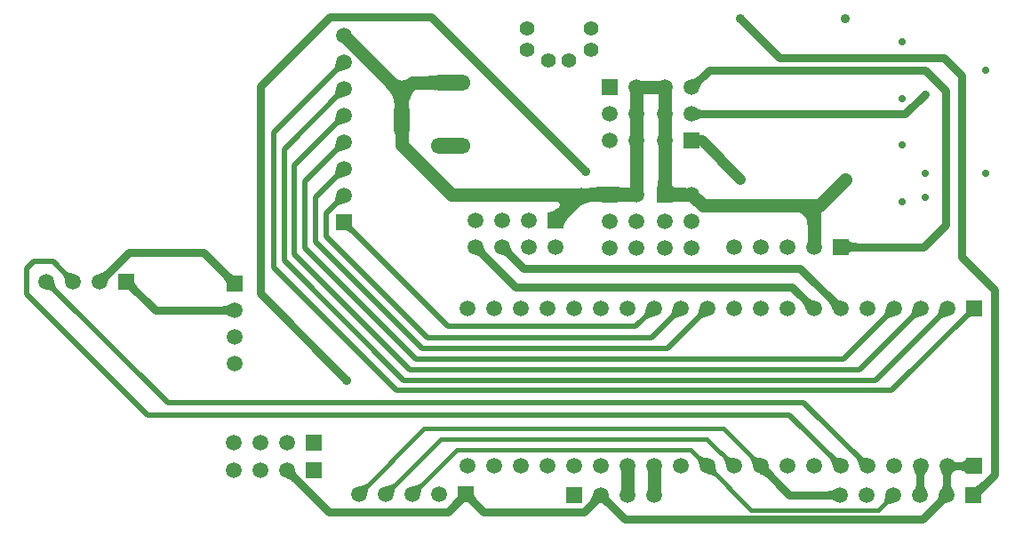
<source format=gbl>
G04 Layer_Physical_Order=2*
G04 Layer_Color=16711680*
%FSLAX25Y25*%
%MOIN*%
G70*
G01*
G75*
%ADD15C,0.03000*%
%ADD16C,0.01500*%
%ADD17C,0.05000*%
%ADD18C,0.04000*%
%ADD19C,0.05905*%
%ADD20R,0.05905X0.05905*%
%ADD21R,0.05905X0.05905*%
%ADD22C,0.05510*%
%ADD23O,0.05910X0.13390*%
%ADD24O,0.14960X0.05910*%
%ADD25C,0.03500*%
%ADD26C,0.02756*%
%ADD27C,0.02000*%
G36*
X132681Y-71012D02*
X132864Y-71137D01*
X133079Y-71255D01*
X133325Y-71366D01*
X133602Y-71470D01*
X133910Y-71566D01*
X134620Y-71738D01*
X135022Y-71812D01*
X135455Y-71880D01*
X132116Y-75219D01*
X132049Y-74786D01*
X131803Y-73674D01*
X131706Y-73365D01*
X131603Y-73088D01*
X131491Y-72843D01*
X131373Y-72628D01*
X131248Y-72445D01*
X131115Y-72293D01*
X132529Y-70879D01*
X132681Y-71012D01*
D02*
G37*
G36*
X142681D02*
X142864Y-71137D01*
X143079Y-71255D01*
X143325Y-71366D01*
X143602Y-71470D01*
X143910Y-71566D01*
X144620Y-71738D01*
X145022Y-71812D01*
X145455Y-71880D01*
X142116Y-75219D01*
X142049Y-74786D01*
X141803Y-73674D01*
X141706Y-73365D01*
X141603Y-73088D01*
X141491Y-72843D01*
X141373Y-72628D01*
X141248Y-72445D01*
X141115Y-72293D01*
X142529Y-70879D01*
X142681Y-71012D01*
D02*
G37*
G36*
X102419Y-71100D02*
X102584Y-71196D01*
X102792Y-71290D01*
X103043Y-71382D01*
X103338Y-71471D01*
X104055Y-71642D01*
X104945Y-71803D01*
X105455Y-71880D01*
X104410Y-72925D01*
X104629Y-73117D01*
X104799Y-73220D01*
X104936Y-73282D01*
X105040Y-73303D01*
X103539Y-74804D01*
X103519Y-74700D01*
X103456Y-74563D01*
X103353Y-74393D01*
X103208Y-74191D01*
X103179Y-74156D01*
X102116Y-75219D01*
X102039Y-74709D01*
X101707Y-73101D01*
X101618Y-72807D01*
X101527Y-72556D01*
X101433Y-72348D01*
X101336Y-72183D01*
X101237Y-72061D01*
X102297Y-71001D01*
X102419Y-71100D01*
D02*
G37*
G36*
X88039Y-74897D02*
X88371Y-76505D01*
X88461Y-76799D01*
X88552Y-77050D01*
X88646Y-77258D01*
X88743Y-77423D01*
X88842Y-77545D01*
X87781Y-78606D01*
X87659Y-78507D01*
X87494Y-78410D01*
X87287Y-78316D01*
X87035Y-78224D01*
X86741Y-78135D01*
X86023Y-77964D01*
X85133Y-77803D01*
X84624Y-77727D01*
X87963Y-74387D01*
X88039Y-74897D01*
D02*
G37*
G36*
X82419Y-71100D02*
X82584Y-71196D01*
X82792Y-71290D01*
X83043Y-71382D01*
X83338Y-71471D01*
X84055Y-71642D01*
X84945Y-71803D01*
X85455Y-71880D01*
X82116Y-75219D01*
X82039Y-74709D01*
X81707Y-73101D01*
X81618Y-72807D01*
X81527Y-72556D01*
X81432Y-72348D01*
X81336Y-72183D01*
X81237Y-72061D01*
X82297Y-71001D01*
X82419Y-71100D01*
D02*
G37*
G36*
X92419D02*
X92584Y-71196D01*
X92792Y-71290D01*
X93043Y-71382D01*
X93338Y-71471D01*
X94055Y-71642D01*
X94945Y-71803D01*
X95455Y-71880D01*
X92116Y-75219D01*
X92039Y-74709D01*
X91707Y-73101D01*
X91618Y-72807D01*
X91527Y-72556D01*
X91432Y-72348D01*
X91336Y-72183D01*
X91237Y-72061D01*
X92298Y-71001D01*
X92419Y-71100D01*
D02*
G37*
G36*
X182100Y-77743D02*
X182070Y-77469D01*
X181980Y-77225D01*
X181830Y-77009D01*
X181620Y-76822D01*
X181350Y-76663D01*
X181020Y-76534D01*
X180630Y-76433D01*
X180180Y-76361D01*
X179670Y-76318D01*
X179240Y-76307D01*
X179078Y-76312D01*
X178806Y-76338D01*
X178540Y-76381D01*
X178278Y-76441D01*
X178021Y-76518D01*
X177770Y-76613D01*
X177523Y-76725D01*
X177281Y-76854D01*
X177147Y-76937D01*
X177062Y-77072D01*
X176930Y-77312D01*
X176816Y-77558D01*
X176719Y-77809D01*
X176640Y-78065D01*
X176579Y-78326D01*
X176535Y-78593D01*
X176509Y-78864D01*
X176500Y-79141D01*
X173500Y-79095D01*
X173492Y-78816D01*
X173467Y-78544D01*
X173425Y-78276D01*
X173366Y-78014D01*
X173291Y-77758D01*
X173199Y-77507D01*
X173090Y-77261D01*
X172965Y-77021D01*
X172822Y-76786D01*
X172664Y-76556D01*
X176813Y-76600D01*
Y-72442D01*
X177044Y-72606D01*
X177281Y-72752D01*
X177523Y-72881D01*
X177770Y-72993D01*
X178021Y-73088D01*
X178278Y-73165D01*
X178540Y-73226D01*
X178806Y-73269D01*
X179078Y-73295D01*
X179240Y-73300D01*
X179670Y-73289D01*
X180180Y-73246D01*
X180630Y-73174D01*
X181020Y-73073D01*
X181350Y-72943D01*
X181620Y-72785D01*
X181830Y-72598D01*
X181980Y-72382D01*
X182070Y-72137D01*
X182100Y-71863D01*
Y-77743D01*
D02*
G37*
G36*
X155455Y-18671D02*
X155022Y-18739D01*
X153910Y-18985D01*
X153602Y-19081D01*
X153325Y-19185D01*
X153079Y-19296D01*
X152864Y-19414D01*
X152681Y-19540D01*
X152529Y-19672D01*
X151115Y-18258D01*
X151248Y-18106D01*
X151373Y-17923D01*
X151491Y-17708D01*
X151602Y-17463D01*
X151706Y-17186D01*
X151803Y-16878D01*
X151974Y-16167D01*
X152049Y-15766D01*
X152116Y-15332D01*
X155455Y-18671D01*
D02*
G37*
G36*
X165455D02*
X165022Y-18739D01*
X163910Y-18985D01*
X163602Y-19081D01*
X163325Y-19185D01*
X163079Y-19296D01*
X162864Y-19414D01*
X162681Y-19540D01*
X162529Y-19672D01*
X161115Y-18258D01*
X161248Y-18106D01*
X161373Y-17923D01*
X161492Y-17708D01*
X161602Y-17463D01*
X161706Y-17186D01*
X161803Y-16878D01*
X161974Y-16167D01*
X162049Y-15766D01*
X162116Y-15332D01*
X165455Y-18671D01*
D02*
G37*
G36*
X175455D02*
X175022Y-18739D01*
X173910Y-18985D01*
X173602Y-19081D01*
X173325Y-19185D01*
X173079Y-19296D01*
X172864Y-19414D01*
X172681Y-19540D01*
X172529Y-19672D01*
X171115Y-18258D01*
X171248Y-18106D01*
X171373Y-17923D01*
X171492Y-17708D01*
X171602Y-17463D01*
X171706Y-17186D01*
X171803Y-16878D01*
X171974Y-16167D01*
X172049Y-15766D01*
X172116Y-15332D01*
X175455Y-18671D01*
D02*
G37*
G36*
X65455D02*
X65022Y-18739D01*
X63910Y-18985D01*
X63602Y-19081D01*
X63325Y-19185D01*
X63079Y-19296D01*
X62864Y-19414D01*
X62681Y-19540D01*
X62529Y-19672D01*
X61115Y-18258D01*
X61248Y-18106D01*
X61373Y-17923D01*
X61492Y-17708D01*
X61602Y-17463D01*
X61706Y-17186D01*
X61803Y-16878D01*
X61974Y-16167D01*
X62049Y-15766D01*
X62116Y-15332D01*
X65455Y-18671D01*
D02*
G37*
G36*
X75455D02*
X75022Y-18739D01*
X73910Y-18985D01*
X73602Y-19081D01*
X73325Y-19185D01*
X73079Y-19296D01*
X72864Y-19414D01*
X72681Y-19540D01*
X72529Y-19672D01*
X71115Y-18258D01*
X71248Y-18106D01*
X71373Y-17923D01*
X71491Y-17708D01*
X71602Y-17463D01*
X71706Y-17186D01*
X71803Y-16878D01*
X71974Y-16167D01*
X72049Y-15766D01*
X72116Y-15332D01*
X75455Y-18671D01*
D02*
G37*
G36*
X85455D02*
X85022Y-18739D01*
X83910Y-18985D01*
X83602Y-19081D01*
X83325Y-19185D01*
X83079Y-19296D01*
X82864Y-19414D01*
X82681Y-19540D01*
X82529Y-19672D01*
X81115Y-18258D01*
X81248Y-18106D01*
X81373Y-17923D01*
X81492Y-17708D01*
X81603Y-17463D01*
X81706Y-17186D01*
X81803Y-16878D01*
X81974Y-16167D01*
X82049Y-15766D01*
X82116Y-15332D01*
X85455Y-18671D01*
D02*
G37*
G36*
X108011Y-74667D02*
X108075Y-74938D01*
X108154Y-75200D01*
X108250Y-75454D01*
X108361Y-75699D01*
X108487Y-75935D01*
X108630Y-76163D01*
X108788Y-76382D01*
X108962Y-76592D01*
X109151Y-76794D01*
X107030Y-78915D01*
X106828Y-78725D01*
X106618Y-78552D01*
X106399Y-78394D01*
X106171Y-78251D01*
X105935Y-78125D01*
X105690Y-78014D01*
X105436Y-77918D01*
X105174Y-77839D01*
X104903Y-77775D01*
X104624Y-77727D01*
X107963Y-74387D01*
X108011Y-74667D01*
D02*
G37*
G36*
X133227Y-87961D02*
X132995Y-87797D01*
X132758Y-87651D01*
X132517Y-87522D01*
X132270Y-87410D01*
X132018Y-87315D01*
X131761Y-87238D01*
X131500Y-87177D01*
X131233Y-87134D01*
X130962Y-87109D01*
X130685Y-87100D01*
Y-84100D01*
X130962Y-84091D01*
X131233Y-84066D01*
X131500Y-84022D01*
X131761Y-83962D01*
X132018Y-83885D01*
X132270Y-83790D01*
X132517Y-83678D01*
X132758Y-83549D01*
X132995Y-83403D01*
X133227Y-83239D01*
Y-87961D01*
D02*
G37*
G36*
X-2630Y-84131D02*
X-2715Y-84406D01*
Y-84724D01*
X-2630Y-85085D01*
X-2460Y-85488D01*
X-2206Y-85934D01*
X-1866Y-86422D01*
X-1442Y-86952D01*
X-339Y-88140D01*
X-2460Y-90261D01*
X-3075Y-89667D01*
X-4179Y-88734D01*
X-4666Y-88394D01*
X-5112Y-88140D01*
X-5400Y-88018D01*
X-5688Y-88140D01*
X-6134Y-88394D01*
X-6622Y-88734D01*
X-7152Y-89158D01*
X-8340Y-90261D01*
X-10461Y-88140D01*
X-9867Y-87525D01*
X-8934Y-86422D01*
X-8594Y-85934D01*
X-8340Y-85488D01*
X-8170Y-85085D01*
X-8085Y-84724D01*
Y-84406D01*
X-8170Y-84131D01*
X-8340Y-83897D01*
X-5400Y-86837D01*
X-2460Y-83897D01*
X-2630Y-84131D01*
D02*
G37*
G36*
X-41598Y-82458D02*
X-41697Y-82580D01*
X-41793Y-82745D01*
X-41887Y-82953D01*
X-41979Y-83204D01*
X-42068Y-83498D01*
X-42239Y-84216D01*
X-42400Y-85106D01*
X-42477Y-85616D01*
X-45816Y-82277D01*
X-45306Y-82200D01*
X-43698Y-81868D01*
X-43404Y-81779D01*
X-43153Y-81687D01*
X-42945Y-81593D01*
X-42780Y-81497D01*
X-42658Y-81397D01*
X-41598Y-82458D01*
D02*
G37*
G36*
X175416Y-88523D02*
X175136Y-88572D01*
X174865Y-88635D01*
X174603Y-88715D01*
X174349Y-88810D01*
X174104Y-88921D01*
X173868Y-89048D01*
X173640Y-89191D01*
X173421Y-89349D01*
X173211Y-89522D01*
X173010Y-89712D01*
X170888Y-87590D01*
X171078Y-87389D01*
X171251Y-87179D01*
X171409Y-86960D01*
X171552Y-86732D01*
X171679Y-86496D01*
X171790Y-86251D01*
X171885Y-85997D01*
X171965Y-85735D01*
X172028Y-85464D01*
X172077Y-85184D01*
X175416Y-88523D01*
D02*
G37*
G36*
X155416D02*
X154906Y-88600D01*
X153298Y-88932D01*
X153004Y-89021D01*
X152753Y-89113D01*
X152545Y-89207D01*
X152380Y-89303D01*
X152258Y-89403D01*
X151198Y-88342D01*
X151296Y-88220D01*
X151393Y-88055D01*
X151487Y-87847D01*
X151579Y-87596D01*
X151668Y-87302D01*
X151839Y-86584D01*
X152000Y-85694D01*
X152077Y-85184D01*
X155416Y-88523D01*
D02*
G37*
G36*
X48072Y-85464D02*
X48136Y-85735D01*
X48215Y-85997D01*
X48310Y-86251D01*
X48421Y-86496D01*
X48548Y-86732D01*
X48691Y-86960D01*
X48849Y-87179D01*
X49022Y-87389D01*
X49212Y-87590D01*
X47091Y-89712D01*
X46889Y-89522D01*
X46679Y-89349D01*
X46460Y-89191D01*
X46232Y-89048D01*
X45996Y-88921D01*
X45751Y-88810D01*
X45497Y-88715D01*
X45235Y-88635D01*
X45100Y-88604D01*
X44965Y-88635D01*
X44703Y-88715D01*
X44449Y-88810D01*
X44204Y-88921D01*
X43968Y-89048D01*
X43740Y-89191D01*
X43521Y-89349D01*
X43311Y-89522D01*
X43110Y-89712D01*
X40988Y-87590D01*
X41178Y-87389D01*
X41351Y-87179D01*
X41510Y-86960D01*
X41652Y-86732D01*
X41779Y-86496D01*
X41890Y-86251D01*
X41985Y-85997D01*
X42064Y-85735D01*
X42128Y-85464D01*
X42177Y-85184D01*
X45100Y-88108D01*
X48023Y-85184D01*
X48072Y-85464D01*
D02*
G37*
G36*
X-31598Y-82458D02*
X-31697Y-82580D01*
X-31793Y-82745D01*
X-31887Y-82953D01*
X-31979Y-83204D01*
X-32068Y-83498D01*
X-32239Y-84216D01*
X-32400Y-85106D01*
X-32477Y-85616D01*
X-35816Y-82277D01*
X-35306Y-82200D01*
X-33698Y-81868D01*
X-33404Y-81779D01*
X-33153Y-81687D01*
X-32945Y-81593D01*
X-32780Y-81497D01*
X-32658Y-81397D01*
X-31598Y-82458D01*
D02*
G37*
G36*
X190061Y-82860D02*
X189475Y-83468D01*
X188551Y-84560D01*
X188213Y-85045D01*
X187959Y-85490D01*
X187787Y-85894D01*
X187698Y-86257D01*
X187692Y-86580D01*
X187768Y-86862D01*
X187928Y-87103D01*
X183897Y-82672D01*
X184120Y-82850D01*
X184388Y-82940D01*
X184701Y-82944D01*
X185058Y-82861D01*
X185460Y-82691D01*
X185907Y-82434D01*
X186398Y-82091D01*
X186934Y-81660D01*
X188140Y-80539D01*
X190061Y-82860D01*
D02*
G37*
G36*
X-69469Y-76242D02*
X-69405Y-76513D01*
X-69326Y-76775D01*
X-69231Y-77029D01*
X-69120Y-77274D01*
X-68993Y-77510D01*
X-68850Y-77737D01*
X-68692Y-77956D01*
X-68519Y-78167D01*
X-68329Y-78369D01*
X-70450Y-80490D01*
X-70652Y-80300D01*
X-70862Y-80127D01*
X-71081Y-79969D01*
X-71309Y-79826D01*
X-71545Y-79699D01*
X-71790Y-79588D01*
X-72044Y-79493D01*
X-72306Y-79413D01*
X-72577Y-79349D01*
X-72857Y-79301D01*
X-69518Y-75962D01*
X-69469Y-76242D01*
D02*
G37*
G36*
X167378Y-76606D02*
X167211Y-76836D01*
X167062Y-77072D01*
X166930Y-77312D01*
X166816Y-77558D01*
X166719Y-77809D01*
X166640Y-78065D01*
X166579Y-78326D01*
X166535Y-78593D01*
X166509Y-78864D01*
X166500Y-79141D01*
X163500Y-79095D01*
X163492Y-78816D01*
X163467Y-78544D01*
X163425Y-78276D01*
X163366Y-78014D01*
X163291Y-77758D01*
X163199Y-77507D01*
X163090Y-77261D01*
X162965Y-77021D01*
X162822Y-76786D01*
X162664Y-76556D01*
X167378Y-76606D01*
D02*
G37*
G36*
X-21598Y-82458D02*
X-21697Y-82580D01*
X-21793Y-82745D01*
X-21887Y-82953D01*
X-21979Y-83204D01*
X-22068Y-83498D01*
X-22239Y-84216D01*
X-22400Y-85106D01*
X-22477Y-85616D01*
X-25816Y-82277D01*
X-25306Y-82200D01*
X-23698Y-81868D01*
X-23404Y-81779D01*
X-23153Y-81687D01*
X-22945Y-81593D01*
X-22780Y-81497D01*
X-22658Y-81397D01*
X-21598Y-82458D01*
D02*
G37*
G36*
X166509Y-81561D02*
X166534Y-81833D01*
X166577Y-82100D01*
X166638Y-82361D01*
X166715Y-82618D01*
X166810Y-82870D01*
X166922Y-83117D01*
X167051Y-83358D01*
X167198Y-83595D01*
X167361Y-83827D01*
X162639D01*
X162803Y-83595D01*
X162949Y-83358D01*
X163078Y-83117D01*
X163190Y-82870D01*
X163285Y-82618D01*
X163362Y-82361D01*
X163423Y-82100D01*
X163466Y-81833D01*
X163491Y-81561D01*
X163500Y-81285D01*
X166500D01*
X166509Y-81561D01*
D02*
G37*
G36*
X176509D02*
X176534Y-81833D01*
X176577Y-82100D01*
X176638Y-82361D01*
X176715Y-82618D01*
X176810Y-82870D01*
X176922Y-83117D01*
X177051Y-83358D01*
X177198Y-83595D01*
X177361Y-83827D01*
X172639D01*
X172802Y-83595D01*
X172949Y-83358D01*
X173078Y-83117D01*
X173190Y-82870D01*
X173285Y-82618D01*
X173362Y-82361D01*
X173423Y-82100D01*
X173466Y-81833D01*
X173491Y-81561D01*
X173500Y-81285D01*
X176500D01*
X176509Y-81561D01*
D02*
G37*
G36*
X184928Y-18688D02*
X184773Y-18575D01*
X184589Y-18518D01*
X184377D01*
X184136Y-18575D01*
X183867Y-18688D01*
X183570Y-18857D01*
X183245Y-19084D01*
X182892Y-19367D01*
X182100Y-20102D01*
X180685Y-18688D01*
X181081Y-18278D01*
X181704Y-17542D01*
X181930Y-17217D01*
X182100Y-16920D01*
X182213Y-16651D01*
X182269Y-16411D01*
Y-16199D01*
X182213Y-16015D01*
X182100Y-15859D01*
X184928Y-18688D01*
D02*
G37*
G36*
X71796Y34155D02*
X72007Y30555D01*
X72073Y30305D01*
X72148Y30155D01*
X72231Y30105D01*
X66352D01*
X66435Y30155D01*
X66510Y30305D01*
X66576Y30555D01*
X66633Y30905D01*
X66681Y31355D01*
X66774Y33305D01*
X66791Y35105D01*
X71791D01*
X71796Y34155D01*
D02*
G37*
G36*
X-50765Y33691D02*
X-51199Y33623D01*
X-52311Y33378D01*
X-52619Y33281D01*
X-52896Y33177D01*
X-53141Y33066D01*
X-53356Y32948D01*
X-53539Y32822D01*
X-53691Y32690D01*
X-55106Y34104D01*
X-54973Y34256D01*
X-54847Y34439D01*
X-54729Y34654D01*
X-54618Y34900D01*
X-54514Y35176D01*
X-54418Y35485D01*
X-54247Y36195D01*
X-54172Y36597D01*
X-54104Y37030D01*
X-50765Y33691D01*
D02*
G37*
G36*
Y43691D02*
X-51199Y43623D01*
X-52311Y43378D01*
X-52619Y43281D01*
X-52896Y43177D01*
X-53141Y43066D01*
X-53356Y42948D01*
X-53539Y42823D01*
X-53691Y42690D01*
X-55106Y44104D01*
X-54973Y44256D01*
X-54847Y44439D01*
X-54729Y44654D01*
X-54618Y44899D01*
X-54514Y45176D01*
X-54418Y45485D01*
X-54247Y46195D01*
X-54172Y46597D01*
X-54104Y47030D01*
X-50765Y43691D01*
D02*
G37*
G36*
X51651Y30022D02*
X51801Y29947D01*
X52051Y29881D01*
X52401Y29824D01*
X52851Y29775D01*
X54801Y29683D01*
X56601Y29665D01*
Y24665D01*
X55651Y24661D01*
X52051Y24450D01*
X51801Y24384D01*
X51651Y24309D01*
X51601Y24226D01*
Y30105D01*
X51651Y30022D01*
D02*
G37*
G36*
X72281D02*
X72431Y29947D01*
X72681Y29881D01*
X73031Y29824D01*
X73481Y29775D01*
X75431Y29683D01*
X77231Y29665D01*
Y24665D01*
X76281Y24661D01*
X72681Y24450D01*
X72431Y24384D01*
X72281Y24309D01*
X72231Y24226D01*
Y30105D01*
X72281Y30022D01*
D02*
G37*
G36*
X45722Y24226D02*
X45672Y24309D01*
X45522Y24384D01*
X45272Y24450D01*
X44922Y24507D01*
X44472Y24555D01*
X42971Y24626D01*
X42047Y24524D01*
X41120Y24347D01*
X40223Y24100D01*
X39354Y23781D01*
X38515Y23393D01*
X37706Y22933D01*
X36926Y22403D01*
X36174Y21802D01*
X35453Y21130D01*
X34033D01*
X34743Y20420D01*
X34071Y19725D01*
X32940Y18406D01*
X32480Y17782D01*
X32091Y17182D01*
X31773Y16606D01*
X31526Y16054D01*
X31349Y15526D01*
X31243Y15021D01*
X31207Y14540D01*
X25328Y20420D01*
X25809Y20455D01*
X26313Y20561D01*
X26842Y20738D01*
X27394Y20986D01*
X27970Y21304D01*
X28570Y21693D01*
X29193Y22152D01*
X29399Y22329D01*
X29454Y22403D01*
X29735Y22933D01*
X29844Y23393D01*
X29783Y23781D01*
X29552Y24100D01*
X29149Y24347D01*
X28576Y24524D01*
X27832Y24630D01*
X26917Y24665D01*
X37953Y29665D01*
X40722Y27371D01*
Y29665D01*
X41672Y29670D01*
X45272Y29881D01*
X45522Y29947D01*
X45672Y30022D01*
X45722Y30105D01*
Y24226D01*
D02*
G37*
G36*
X-50765Y53691D02*
X-51199Y53623D01*
X-52311Y53377D01*
X-52619Y53281D01*
X-52896Y53177D01*
X-53141Y53066D01*
X-53356Y52948D01*
X-53539Y52823D01*
X-53691Y52690D01*
X-55106Y54104D01*
X-54973Y54256D01*
X-54847Y54439D01*
X-54729Y54654D01*
X-54618Y54900D01*
X-54514Y55176D01*
X-54418Y55485D01*
X-54247Y56195D01*
X-54172Y56597D01*
X-54104Y57030D01*
X-50765Y53691D01*
D02*
G37*
G36*
X-16874Y66166D02*
X-17007Y66210D01*
X-17231Y66250D01*
X-17546Y66284D01*
X-19039Y66361D01*
X-22309Y66398D01*
Y71398D01*
X-16874Y71630D01*
Y66166D01*
D02*
G37*
G36*
X83403Y69235D02*
X83214Y69033D01*
X83040Y68823D01*
X82882Y68604D01*
X82740Y68376D01*
X82613Y68140D01*
X82502Y67895D01*
X82406Y67641D01*
X82327Y67379D01*
X82263Y67108D01*
X82215Y66828D01*
X78876Y70167D01*
X79155Y70216D01*
X79426Y70280D01*
X79688Y70359D01*
X79942Y70455D01*
X80187Y70565D01*
X80423Y70692D01*
X80651Y70835D01*
X80870Y70993D01*
X81080Y71166D01*
X81282Y71356D01*
X83403Y69235D01*
D02*
G37*
G36*
X-50765Y73691D02*
X-51199Y73623D01*
X-52311Y73378D01*
X-52619Y73281D01*
X-52896Y73177D01*
X-53141Y73066D01*
X-53356Y72948D01*
X-53539Y72822D01*
X-53691Y72690D01*
X-55106Y74104D01*
X-54973Y74256D01*
X-54847Y74439D01*
X-54729Y74654D01*
X-54618Y74900D01*
X-54514Y75176D01*
X-54418Y75485D01*
X-54247Y76195D01*
X-54172Y76597D01*
X-54104Y77030D01*
X-50765Y73691D01*
D02*
G37*
G36*
X81296Y59442D02*
X81533Y59295D01*
X81775Y59166D01*
X82022Y59054D01*
X82273Y58959D01*
X82530Y58882D01*
X82792Y58822D01*
X83058Y58779D01*
X83330Y58753D01*
X83606Y58744D01*
Y55744D01*
X83330Y55735D01*
X83058Y55710D01*
X82792Y55667D01*
X82530Y55606D01*
X82273Y55529D01*
X82022Y55434D01*
X81775Y55322D01*
X81533Y55193D01*
X81296Y55047D01*
X81064Y54883D01*
Y59605D01*
X81296Y59442D01*
D02*
G37*
G36*
X-32370Y71382D02*
X-31703Y70846D01*
X-31065Y70424D01*
X-30453Y70116D01*
X-29869Y69923D01*
X-29312Y69843D01*
X-28783Y69877D01*
X-28280Y70026D01*
X-27806Y70289D01*
X-27358Y70666D01*
X-23822Y67130D01*
X-24431Y66471D01*
X-24976Y65776D01*
X-25457Y65046D01*
X-25874Y64279D01*
X-26226Y63476D01*
X-26515Y62638D01*
X-26739Y61764D01*
X-26899Y60853D01*
X-26996Y59907D01*
X-27028Y58925D01*
X-32028D01*
X-32063Y59911D01*
X-32169Y60866D01*
X-32346Y61793D01*
X-32593Y62691D01*
X-32911Y63559D01*
X-33300Y64398D01*
X-33760Y65207D01*
X-34290Y65988D01*
X-34891Y66739D01*
X-35563Y67461D01*
X-33063Y72032D01*
X-32370Y71382D01*
D02*
G37*
G36*
X-50765Y63691D02*
X-51199Y63623D01*
X-52311Y63377D01*
X-52619Y63281D01*
X-52896Y63177D01*
X-53141Y63066D01*
X-53356Y62948D01*
X-53539Y62823D01*
X-53691Y62690D01*
X-55106Y64104D01*
X-54973Y64256D01*
X-54847Y64439D01*
X-54729Y64654D01*
X-54618Y64899D01*
X-54514Y65176D01*
X-54418Y65485D01*
X-54247Y66195D01*
X-54172Y66597D01*
X-54104Y67030D01*
X-50765Y63691D01*
D02*
G37*
G36*
Y23691D02*
X-51199Y23623D01*
X-52311Y23378D01*
X-52619Y23281D01*
X-52896Y23177D01*
X-53141Y23066D01*
X-53356Y22948D01*
X-53539Y22822D01*
X-53691Y22690D01*
X-55106Y24104D01*
X-54973Y24256D01*
X-54847Y24439D01*
X-54729Y24654D01*
X-54618Y24900D01*
X-54514Y25176D01*
X-54418Y25485D01*
X-54247Y26195D01*
X-54172Y26597D01*
X-54104Y27030D01*
X-50765Y23691D01*
D02*
G37*
G36*
X-129930Y-4431D02*
X-130015Y-4706D01*
Y-5024D01*
X-129930Y-5385D01*
X-129760Y-5788D01*
X-129506Y-6234D01*
X-129166Y-6722D01*
X-128742Y-7252D01*
X-127639Y-8440D01*
X-129760Y-10561D01*
X-130375Y-9967D01*
X-131479Y-9034D01*
X-131966Y-8694D01*
X-132412Y-8440D01*
X-132815Y-8270D01*
X-133176Y-8185D01*
X-133494D01*
X-133770Y-8270D01*
X-134003Y-8440D01*
X-129760Y-4197D01*
X-129930Y-4431D01*
D02*
G37*
G36*
X-159709Y-5517D02*
X-159463Y-6629D01*
X-159367Y-6938D01*
X-159263Y-7215D01*
X-159152Y-7460D01*
X-159034Y-7675D01*
X-158908Y-7858D01*
X-158776Y-8010D01*
X-160190Y-9424D01*
X-160342Y-9292D01*
X-160525Y-9166D01*
X-160740Y-9048D01*
X-160985Y-8937D01*
X-161262Y-8833D01*
X-161571Y-8737D01*
X-162281Y-8565D01*
X-162683Y-8491D01*
X-163116Y-8423D01*
X-159777Y-5084D01*
X-159709Y-5517D01*
D02*
G37*
G36*
X-94450Y-1833D02*
X-93345Y-2769D01*
X-92857Y-3110D01*
X-92411Y-3365D01*
X-92008Y-3536D01*
X-91648Y-3622D01*
X-91330Y-3624D01*
X-91055Y-3540D01*
X-90823Y-3371D01*
X-95054Y-7602D01*
X-94885Y-7370D01*
X-94802Y-7095D01*
X-94803Y-6777D01*
X-94889Y-6417D01*
X-95060Y-6014D01*
X-95315Y-5568D01*
X-95656Y-5080D01*
X-96082Y-4549D01*
X-97187Y-3359D01*
X-95066Y-1238D01*
X-94450Y-1833D01*
D02*
G37*
G36*
X-93899Y-18660D02*
X-94131Y-18497D01*
X-94368Y-18350D01*
X-94609Y-18221D01*
X-94856Y-18109D01*
X-95108Y-18014D01*
X-95365Y-17937D01*
X-95626Y-17877D01*
X-95893Y-17834D01*
X-96164Y-17808D01*
X-96441Y-17799D01*
Y-14799D01*
X-96164Y-14791D01*
X-95893Y-14765D01*
X-95626Y-14722D01*
X-95365Y-14661D01*
X-95108Y-14584D01*
X-94856Y-14489D01*
X-94609Y-14377D01*
X-94368Y-14248D01*
X-94131Y-14102D01*
X-93899Y-13938D01*
Y-18660D01*
D02*
G37*
G36*
X123250Y-11826D02*
X123461Y-11999D01*
X123680Y-12157D01*
X123907Y-12300D01*
X124144Y-12427D01*
X124389Y-12538D01*
X124642Y-12633D01*
X124905Y-12712D01*
X125175Y-12776D01*
X125455Y-12825D01*
X122116Y-16164D01*
X122068Y-15884D01*
X122004Y-15613D01*
X121924Y-15351D01*
X121829Y-15097D01*
X121718Y-14852D01*
X121591Y-14616D01*
X121449Y-14388D01*
X121291Y-14169D01*
X121117Y-13959D01*
X120928Y-13758D01*
X123049Y-11636D01*
X123250Y-11826D01*
D02*
G37*
G36*
X133250D02*
X133461Y-11999D01*
X133680Y-12157D01*
X133907Y-12300D01*
X134144Y-12427D01*
X134389Y-12538D01*
X134642Y-12633D01*
X134905Y-12712D01*
X135176Y-12776D01*
X135455Y-12825D01*
X132116Y-16164D01*
X132068Y-15884D01*
X132004Y-15613D01*
X131924Y-15351D01*
X131829Y-15097D01*
X131718Y-14852D01*
X131591Y-14616D01*
X131449Y-14388D01*
X131291Y-14169D01*
X131117Y-13959D01*
X130928Y-13758D01*
X133049Y-11636D01*
X133250Y-11826D01*
D02*
G37*
G36*
X-155058Y-1708D02*
X-154875Y-1834D01*
X-154660Y-1952D01*
X-154415Y-2063D01*
X-154138Y-2167D01*
X-153830Y-2263D01*
X-153119Y-2434D01*
X-152717Y-2509D01*
X-152284Y-2577D01*
X-155623Y-5916D01*
X-155691Y-5483D01*
X-155937Y-4371D01*
X-156033Y-4062D01*
X-156137Y-3785D01*
X-156248Y-3540D01*
X-156366Y-3325D01*
X-156492Y-3142D01*
X-156624Y-2990D01*
X-155210Y-1576D01*
X-155058Y-1708D01*
D02*
G37*
G36*
X138070Y10166D02*
X138160Y9922D01*
X138310Y9706D01*
X138520Y9518D01*
X138790Y9360D01*
X139120Y9230D01*
X139510Y9130D01*
X139960Y9058D01*
X140470Y9014D01*
X141040Y9000D01*
Y6000D01*
X140470Y5986D01*
X139960Y5942D01*
X139510Y5870D01*
X139120Y5770D01*
X138790Y5640D01*
X138520Y5482D01*
X138310Y5294D01*
X138160Y5079D01*
X138070Y4834D01*
X138040Y4560D01*
Y10440D01*
X138070Y10166D01*
D02*
G37*
G36*
X-48355Y16347D02*
X-48411Y16163D01*
Y15951D01*
X-48355Y15711D01*
X-48241Y15442D01*
X-48072Y15145D01*
X-47845Y14820D01*
X-47563Y14466D01*
X-46827Y13674D01*
X-48241Y12260D01*
X-48651Y12656D01*
X-49387Y13278D01*
X-49712Y13505D01*
X-50009Y13674D01*
X-50278Y13788D01*
X-50518Y13844D01*
X-50730D01*
X-50914Y13788D01*
X-51070Y13674D01*
X-48241Y16503D01*
X-48355Y16347D01*
D02*
G37*
G36*
X125100Y23000D02*
X122600Y15500D01*
X122550Y16450D01*
X122400Y17300D01*
X122150Y18050D01*
X121800Y18700D01*
X121350Y19250D01*
X120800Y19700D01*
X120150Y20050D01*
X119400Y20300D01*
X118550Y20450D01*
X117600Y20500D01*
X125100Y25500D01*
Y23000D01*
D02*
G37*
G36*
X-138588Y-3509D02*
X-138778Y-3711D01*
X-138951Y-3921D01*
X-139110Y-4140D01*
X-139252Y-4368D01*
X-139379Y-4604D01*
X-139490Y-4849D01*
X-139585Y-5103D01*
X-139664Y-5365D01*
X-139728Y-5636D01*
X-139777Y-5916D01*
X-143116Y-2577D01*
X-142836Y-2528D01*
X-142565Y-2465D01*
X-142303Y-2385D01*
X-142049Y-2290D01*
X-141804Y-2179D01*
X-141568Y-2052D01*
X-141340Y-1909D01*
X-141121Y-1751D01*
X-140911Y-1578D01*
X-140709Y-1388D01*
X-138588Y-3509D01*
D02*
G37*
G36*
X1239Y7616D02*
X1303Y7345D01*
X1383Y7083D01*
X1478Y6830D01*
X1589Y6585D01*
X1716Y6348D01*
X1858Y6121D01*
X2016Y5902D01*
X2190Y5691D01*
X2380Y5490D01*
X258Y3368D01*
X57Y3558D01*
X-154Y3732D01*
X-373Y3890D01*
X-600Y4032D01*
X-837Y4159D01*
X-1082Y4270D01*
X-1335Y4365D01*
X-1598Y4445D01*
X-1868Y4509D01*
X-2148Y4557D01*
X1191Y7896D01*
X1239Y7616D01*
D02*
G37*
G36*
X11239D02*
X11303Y7345D01*
X11383Y7083D01*
X11478Y6830D01*
X11589Y6585D01*
X11716Y6348D01*
X11858Y6121D01*
X12016Y5902D01*
X12190Y5691D01*
X12380Y5490D01*
X10258Y3368D01*
X10057Y3558D01*
X9846Y3732D01*
X9627Y3890D01*
X9400Y4032D01*
X9163Y4159D01*
X8918Y4270D01*
X8665Y4365D01*
X8403Y4445D01*
X8132Y4509D01*
X7852Y4557D01*
X11191Y7896D01*
X11239Y7616D01*
D02*
G37*
D15*
X185100Y-85700D02*
X192800Y-78000D01*
X165900Y-94700D02*
X175000Y-85600D01*
X54200Y-94700D02*
X165900D01*
X45100Y-85600D02*
X54200Y-94700D01*
X-82600Y67600D02*
X-56400Y93800D01*
X-82600Y-10100D02*
Y67600D01*
Y-10100D02*
X-50200Y-42500D01*
X-56400Y93800D02*
X-18400D01*
X39600Y35800D01*
X38800Y-91900D02*
X45100Y-85600D01*
X1300Y-91900D02*
X38800D01*
X-5400Y-85200D02*
X1300Y-91900D01*
X-12100D02*
X-5400Y-85200D01*
X-56919Y-91900D02*
X-12100D01*
X-72441Y-76378D02*
X-56919Y-91900D01*
X105039Y-74803D02*
X115836Y-85600D01*
X135000D01*
X175039Y-74803D02*
X185039D01*
X175000Y-74843D02*
X175039Y-74803D01*
X175000Y-85600D02*
Y-74843D01*
X165000D02*
X165039Y-74803D01*
X165000Y-85600D02*
Y-74843D01*
X192800Y-78000D02*
Y-8500D01*
X180500Y3800D02*
X192800Y-8500D01*
X180500Y3800D02*
Y71800D01*
X173900Y78400D02*
X180500Y71800D01*
X112151Y78400D02*
X173900D01*
X97638Y92913D02*
X112151Y78400D01*
X166764Y73707D02*
X174500Y65971D01*
Y15839D02*
Y65971D01*
X166161Y7500D02*
X174500Y15839D01*
X-142700Y-5500D02*
X-131700Y5500D01*
X-103925D01*
X-92126Y-6299D01*
X-121901Y-16299D02*
X-92126D01*
X-132700Y-5500D02*
X-121901Y-16299D01*
X135100Y7500D02*
X166161D01*
X159356Y57244D02*
X166764Y64652D01*
X79291Y57244D02*
X159356D01*
X85754Y73707D02*
X166764D01*
X79291Y67244D02*
X85754Y73707D01*
X119791Y-500D02*
X135039Y-15748D01*
X16248Y-500D02*
X119791D01*
X8268Y7480D02*
X16248Y-500D01*
X-1732Y7480D02*
X13348Y-7600D01*
X116891D01*
X125039Y-15748D01*
D16*
X149300Y-91300D02*
X155000Y-85600D01*
X101536Y-91300D02*
X149300D01*
X85039Y-74803D02*
X101536Y-91300D01*
X55039Y-74803D02*
X55100Y-74864D01*
X65039Y-74803D02*
X65100Y-74864D01*
X91036Y-60800D02*
X105039Y-74803D01*
X-21000Y-60800D02*
X91036D01*
X-45400Y-85200D02*
X-21000Y-60800D01*
X84936Y-64700D02*
X95039Y-74803D01*
X-14900Y-64700D02*
X84936D01*
X-35400Y-85200D02*
X-14900Y-64700D01*
X78836Y-68600D02*
X85039Y-74803D01*
X-8800Y-68600D02*
X78836D01*
X-25400Y-85200D02*
X-8800Y-68600D01*
D17*
X55100Y-85600D02*
Y-74864D01*
X65100Y-85600D02*
Y-74864D01*
X127331Y23000D02*
X137008Y32677D01*
X125100Y23000D02*
X127331D01*
X125100Y7500D02*
Y23000D01*
X83457D02*
X125100D01*
X79291Y27165D02*
X83457Y23000D01*
X69291Y27165D02*
X79291D01*
X69291D02*
Y47244D01*
Y57244D01*
Y67244D01*
X58661D02*
X69291D01*
X58661Y57244D02*
Y67244D01*
Y47244D02*
Y57244D01*
Y27165D02*
Y47244D01*
X48661Y27165D02*
X58661D01*
X37953D02*
X48661D01*
X-10865D02*
X37953D01*
X28268Y17480D02*
X37953Y27165D01*
X-29528Y45828D02*
X-10865Y27165D01*
X-29528Y45828D02*
Y55118D01*
X-25590Y68898D02*
X-11218D01*
X-29528Y64961D02*
X-25590Y68898D01*
X-51181Y86614D02*
X-29528Y64961D01*
Y55118D02*
Y64961D01*
D18*
X83071Y47244D02*
X97638Y32677D01*
X79291Y47244D02*
X83071D01*
D19*
X-92126Y-36299D02*
D03*
Y-26299D02*
D03*
Y-16299D02*
D03*
X-92441Y-76378D02*
D03*
X-82441D02*
D03*
X-72441D02*
D03*
X-45400Y-85200D02*
D03*
X-35400D02*
D03*
X-25400D02*
D03*
X-15400D02*
D03*
X-51181Y26614D02*
D03*
Y36614D02*
D03*
Y46614D02*
D03*
Y56614D02*
D03*
Y66614D02*
D03*
Y76614D02*
D03*
Y86614D02*
D03*
X-162700Y-5500D02*
D03*
X-152700D02*
D03*
X-142700D02*
D03*
X-1732Y7480D02*
D03*
Y17480D02*
D03*
X8268Y7480D02*
D03*
Y17480D02*
D03*
X18268Y7480D02*
D03*
Y17480D02*
D03*
X28268Y7480D02*
D03*
X175039Y-74803D02*
D03*
X165039D02*
D03*
X155039D02*
D03*
X145039D02*
D03*
X135039D02*
D03*
X125039D02*
D03*
X115039D02*
D03*
X105039D02*
D03*
X95039D02*
D03*
X85039D02*
D03*
X75039D02*
D03*
X65039D02*
D03*
X55039D02*
D03*
X45039D02*
D03*
X35039D02*
D03*
X25039D02*
D03*
X15039D02*
D03*
X5039D02*
D03*
X-4961D02*
D03*
X175039Y-15748D02*
D03*
X165039D02*
D03*
X155039D02*
D03*
X145039D02*
D03*
X135039D02*
D03*
X125039D02*
D03*
X115039D02*
D03*
X105039D02*
D03*
X95039D02*
D03*
X85039D02*
D03*
X75039D02*
D03*
X65039D02*
D03*
X55039D02*
D03*
X45039D02*
D03*
X35039D02*
D03*
X25039D02*
D03*
X15039D02*
D03*
X5039D02*
D03*
X-4961D02*
D03*
X175000Y-85600D02*
D03*
X165000D02*
D03*
X155000D02*
D03*
X145000D02*
D03*
X135000D02*
D03*
X65100D02*
D03*
X55100D02*
D03*
X45100D02*
D03*
X-92441Y-66142D02*
D03*
X-82441D02*
D03*
X-72441D02*
D03*
X79291Y27165D02*
D03*
X69291Y17165D02*
D03*
X79291D02*
D03*
X69291Y7165D02*
D03*
X79291D02*
D03*
X95100Y7500D02*
D03*
X105100D02*
D03*
X115100D02*
D03*
X125100D02*
D03*
X58661Y27165D02*
D03*
X48661Y17165D02*
D03*
X58661D02*
D03*
X48661Y7165D02*
D03*
X58661D02*
D03*
X79291Y57244D02*
D03*
Y67244D02*
D03*
X69291Y47244D02*
D03*
Y57244D02*
D03*
Y67244D02*
D03*
X48661Y57244D02*
D03*
Y47244D02*
D03*
X58661Y67244D02*
D03*
Y57244D02*
D03*
Y47244D02*
D03*
D20*
X-92126Y-6299D02*
D03*
X-51181Y16614D02*
D03*
X69291Y27165D02*
D03*
X48661D02*
D03*
X79291Y47244D02*
D03*
X48661Y67244D02*
D03*
D21*
X-62441Y-76378D02*
D03*
X-5400Y-85200D02*
D03*
X-132700Y-5500D02*
D03*
X28268Y17480D02*
D03*
X185039Y-74803D02*
D03*
Y-15748D02*
D03*
X185000Y-85600D02*
D03*
X35100D02*
D03*
X-62441Y-66142D02*
D03*
X135100Y7500D02*
D03*
D22*
X17400Y89300D02*
D03*
Y81420D02*
D03*
X41420Y89300D02*
D03*
Y81420D02*
D03*
X25470Y77480D02*
D03*
X33350D02*
D03*
D23*
X-29528Y55118D02*
D03*
D24*
X-11218Y68898D02*
D03*
Y45278D02*
D03*
D25*
X-50200Y-42500D02*
D03*
X39600Y35800D02*
D03*
X97638Y32677D02*
D03*
Y92913D02*
D03*
X137008D02*
D03*
Y32677D02*
D03*
D26*
X158071Y45669D02*
D03*
Y84252D02*
D03*
Y62992D02*
D03*
Y24409D02*
D03*
X189599Y73707D02*
D03*
X166764Y64652D02*
D03*
Y73707D02*
D03*
X189617Y35006D02*
D03*
X166783D02*
D03*
Y25950D02*
D03*
D27*
X-124900Y-55500D02*
X115736D01*
X135039Y-74803D01*
X-170000Y-10400D02*
X-124900Y-55500D01*
X-170000Y-10400D02*
Y-500D01*
X-167600Y1900D01*
X-160100D01*
X-152700Y-5500D01*
X121136Y-50900D02*
X145039Y-74803D01*
X-117300Y-50900D02*
X121136D01*
X-162700Y-5500D02*
X-117300Y-50900D01*
X-31496Y-46457D02*
X154331D01*
X-77559Y-394D02*
X-31496Y-46457D01*
X-77559Y-394D02*
Y50236D01*
X-28740Y-42520D02*
X148268D01*
X-73622Y2362D02*
X-28740Y-42520D01*
X-73622Y2362D02*
Y44173D01*
X-26378Y-38583D02*
X142205D01*
X-69685Y4724D02*
X-26378Y-38583D01*
X-69685Y4724D02*
Y38110D01*
X-24016Y-34646D02*
X136142D01*
X-65748Y7087D02*
X-24016Y-34646D01*
X-65748Y7087D02*
Y32047D01*
X-21654Y-30709D02*
X70079D01*
X-61811Y9449D02*
X-21654Y-30709D01*
X-61811Y9449D02*
Y25984D01*
X-19757Y-26700D02*
X64087D01*
X-57874Y11417D02*
X-19757Y-26700D01*
X-57874Y11417D02*
Y19921D01*
X-77559Y50236D02*
X-51181Y76614D01*
X-73622Y44173D02*
X-51181Y66614D01*
X-69685Y38110D02*
X-51181Y56614D01*
X-65748Y32047D02*
X-51181Y46614D01*
X-61811Y25984D02*
X-51181Y36614D01*
X-57874Y19921D02*
X-51181Y26614D01*
X154331Y-46457D02*
X185039Y-15748D01*
X148268Y-42520D02*
X175039Y-15748D01*
X142205Y-38583D02*
X165039Y-15748D01*
X136142Y-34646D02*
X155039Y-15748D01*
X70079Y-30709D02*
X85039Y-15748D01*
X64087Y-26700D02*
X75039Y-15748D01*
X58346Y-22441D02*
X65039Y-15748D01*
X-12126Y-22441D02*
X58346D01*
X-51181Y16614D02*
X-12126Y-22441D01*
M02*

</source>
